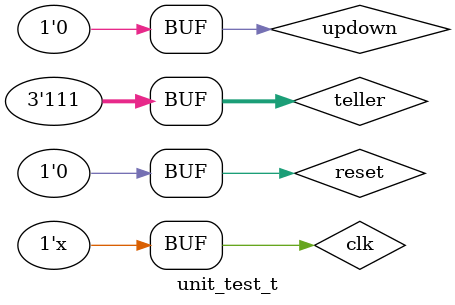
<source format=v>
module Unit_test (clk, updown, reset, teller, 
full, empty, alarm, display1, display2, display3, pcount, tcount);

// We have five inputs to get from the user
input wire clk, reset, updown;
input [2:0] teller;

// We give four outputs
// Two for empty or flag
// ,one for showing the number of people in queue
//  and one for showing the waiting time
output full, empty, alarm;
output [3:0] pcount;
output [6:0] display1, display2, display3;
output [1:0] tcount;
wire [4:0]wtime;

// We use this to show two digits in seven segment
wire [3:0] first_digit = wtime % 10;
wire [3:0] second_digit = wtime / 10;

// We start counting the pcount whether it's increasing or decreasing 
UpDown_counter counter (clk, reset, updown, pcount, alarm);

// For flags
flags f (pcount, empty, full);

// We prepare the tellers situation with 2bit instead of 3bit  
Teller t (teller,tcount);

// We calculate the waiting time by getting it from the rom 
waiting_time wt(pcount, tcount, wtime);

// It's time to display the results above 
seg d1 (first_digit, display1);
seg d2 (second_digit, display2);		
seg d3 (pcount, display3);
endmodule

module unit_test_t ();
  reg clk, reset, updown;
  reg [2:0] teller;
  
  wire full, empty, alarm;
  wire [3:0] pcount;
  wire [1:0] tcount;
  wire [6:0] display1, display2, display3;
  initial
  begin 
  clk = 0;
  reset = 1;
  // Up
  #100; reset = 0; updown = 1; teller[2] = 0; teller[1] = 0; teller[0] = 0; 
  #100; reset = 0; updown = 1; teller[2] = 0; teller[1] = 0; teller[0] = 1;
  #100; reset = 0; updown = 1; teller[2] = 0; teller[1] = 1; teller[0] = 0;
  #100; reset = 0; updown = 1; teller[2] = 0; teller[1] = 1; teller[0] = 1;
  #100; reset = 0; updown = 1; teller[2] = 1; teller[1] = 0; teller[0] = 0;
  #100; reset = 0; updown = 1; teller[2] = 1; teller[1] = 0; teller[0] = 1;
  #100; reset = 0; updown = 1; teller[2] = 1; teller[1] = 1; teller[0] = 0;
  #100; reset = 0; updown = 1; teller[2] = 1; teller[1] = 1; teller[0] = 1;
  // Down
  #100; reset = 0; updown = 0; teller[2] = 0; teller[1] = 0; teller[0] = 0;
  #100; reset = 0; updown = 0; teller[2] = 0; teller[1] = 0; teller[0] = 1;
  #100; reset = 0; updown = 0; teller[2] = 0; teller[1] = 1; teller[0] = 0;
  #100; reset = 0; updown = 0; teller[2] = 0; teller[1] = 1; teller[0] = 1;
  #100; reset = 0; updown = 0; teller[2] = 1; teller[1] = 0; teller[0] = 0;
  #100; reset = 0; updown = 0; teller[2] = 1; teller[1] = 0; teller[0] = 1;
  #100; reset = 0; updown = 0; teller[2] = 1; teller[1] = 1; teller[0] = 0;
  #100; reset = 0; updown = 0; teller[2] = 1; teller[1] = 1; teller[0] = 1;
  end
  always 
    #50 clk <= ~clk;
    
  Unit_test tst(clk, updown, reset, teller, full, empty, alarm, display1, display2, display3, pcount, tcount);
endmodule

</source>
